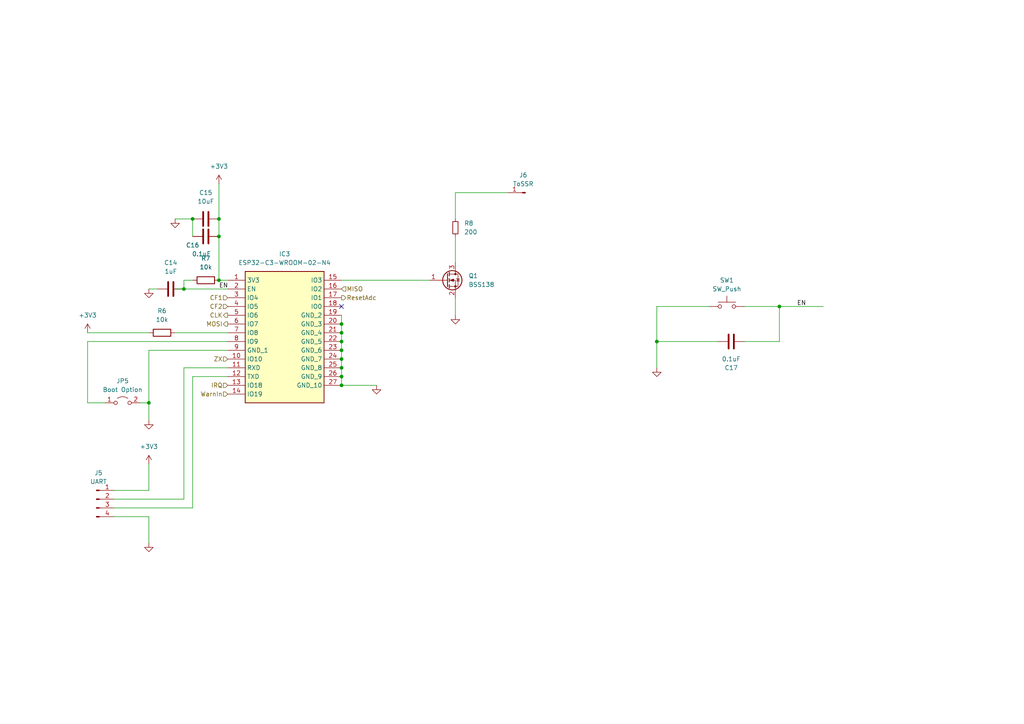
<source format=kicad_sch>
(kicad_sch (version 20230121) (generator eeschema)
  (paper "A4")
  (lib_symbols
    (symbol "Connector:Conn_01x01_Pin" (pin_names (offset 1.016) hide)
      (property "Reference" "J" (at 0 2.54 0))
      (property "Value" "Conn_01x01_Pin" (at 0 -2.54 0))
      (symbol "Conn_01x01_Pin_1_1"
        (polyline (pts (xy 1.27 0) (xy 0.8636 0)) (stroke (width 0.1524)))
        (rectangle (start 0.8636 0.127) (end 0 -0.127) (stroke (width 0.1524)) (fill (type outline)))
        (pin passive line (at 5.08 0 180) (length 3.81) (name "Pin_1") (number "1"))
      )
    )
    (symbol "Connector:Conn_01x04_Pin" (pin_names (offset 1.016) hide)
      (property "Reference" "J" (at 0 5.08 0))
      (property "Value" "Conn_01x04_Pin" (at 0 -7.62 0))
      (symbol "Conn_01x04_Pin_1_1"
        (polyline (pts (xy 1.27 -5.08) (xy 0.8636 -5.08)) (stroke (width 0.1524)))
        (polyline (pts (xy 1.27 -2.54) (xy 0.8636 -2.54)) (stroke (width 0.1524)))
        (polyline (pts (xy 1.27 0) (xy 0.8636 0)) (stroke (width 0.1524)))
        (polyline (pts (xy 1.27 2.54) (xy 0.8636 2.54)) (stroke (width 0.1524)))
        (rectangle (start 0.8636 -4.953) (end 0 -5.207) (stroke (width 0.1524)) (fill (type outline)))
        (rectangle (start 0.8636 -2.413) (end 0 -2.667) (stroke (width 0.1524)) (fill (type outline)))
        (rectangle (start 0.8636 0.127) (end 0 -0.127) (stroke (width 0.1524)) (fill (type outline)))
        (rectangle (start 0.8636 2.667) (end 0 2.413) (stroke (width 0.1524)) (fill (type outline)))
        (pin passive line (at 5.08 2.54 180) (length 3.81) (name "Pin_1") (number "1"))
        (pin passive line (at 5.08 0 180) (length 3.81) (name "Pin_2") (number "2"))
        (pin passive line (at 5.08 -2.54 180) (length 3.81) (name "Pin_3") (number "3"))
        (pin passive line (at 5.08 -5.08 180) (length 3.81) (name "Pin_4") (number "4"))
      )
    )
    (symbol "Device:C" (pin_numbers hide) (pin_names (offset 0.254))
      (property "Reference" "C" (at 0.635 2.54 0))
      (property "Value" "C" (at 0.635 -2.54 0))
      (symbol "C_0_1"
        (polyline (pts (xy -2.032 -0.762) (xy 2.032 -0.762)) (stroke (width 0.508)))
        (polyline (pts (xy -2.032 0.762) (xy 2.032 0.762)) (stroke (width 0.508)))
      )
      (symbol "C_1_1"
        (pin passive line (at 0 3.81 270) (length 2.794) (name "~") (number "1"))
        (pin passive line (at 0 -3.81 90) (length 2.794) (name "~") (number "2"))
      )
    )
    (symbol "Device:R" (pin_numbers hide) (pin_names (offset 0))
      (property "Reference" "R" (at 2.032 0 90))
      (property "Value" "R" (at 0 0 90))
      (symbol "R_0_1"
        (rectangle (start -1.016 -2.54) (end 1.016 2.54) (stroke (width 0.254)))
      )
      (symbol "R_1_1"
        (pin passive line (at 0 3.81 270) (length 1.27) (name "~") (number "1"))
        (pin passive line (at 0 -3.81 90) (length 1.27) (name "~") (number "2"))
      )
    )
    (symbol "Device:R_Small" (pin_numbers hide) (pin_names (offset 0.254) hide)
      (property "Reference" "R" (at 0.762 0.508 0))
      (property "Value" "R_Small" (at 0.762 -1.016 0))
      (symbol "R_Small_0_1"
        (rectangle (start -0.762 1.778) (end 0.762 -1.778) (stroke (width 0.2032)))
      )
      (symbol "R_Small_1_1"
        (pin passive line (at 0 2.54 270) (length 0.762) (name "~") (number "1"))
        (pin passive line (at 0 -2.54 90) (length 0.762) (name "~") (number "2"))
      )
    )
    (symbol "ESP32-C3-WROOM-02-N4:ESP32-C3-WROOM-02-N4"
      (property "Reference" "IC" (at 29.21 7.62 0))
      (property "Value" "ESP32-C3-WROOM-02-N4" (at 29.21 5.08 0))
      (symbol "ESP32-C3-WROOM-02-N4_1_1"
        (rectangle (start 5.08 2.54) (end 27.94 -35.56) (stroke (width 0.254)) (fill (type background)))
        (pin passive line (at 0 0 0) (length 5.08) (name "3V3") (number "1"))
        (pin passive line (at 0 -22.86 0) (length 5.08) (name "IO10") (number "10"))
        (pin passive line (at 0 -25.4 0) (length 5.08) (name "RXD") (number "11"))
        (pin passive line (at 0 -27.94 0) (length 5.08) (name "TXD") (number "12"))
        (pin passive line (at 0 -30.48 0) (length 5.08) (name "IO18") (number "13"))
        (pin passive line (at 0 -33.02 0) (length 5.08) (name "IO19") (number "14"))
        (pin passive line (at 33.02 0 180) (length 5.08) (name "IO3") (number "15"))
        (pin passive line (at 33.02 -2.54 180) (length 5.08) (name "IO2") (number "16"))
        (pin passive line (at 33.02 -5.08 180) (length 5.08) (name "IO1") (number "17"))
        (pin passive line (at 33.02 -7.62 180) (length 5.08) (name "IO0") (number "18"))
        (pin passive line (at 33.02 -10.16 180) (length 5.08) (name "GND_2") (number "19"))
        (pin passive line (at 0 -2.54 0) (length 5.08) (name "EN") (number "2"))
        (pin passive line (at 33.02 -12.7 180) (length 5.08) (name "GND_3") (number "20"))
        (pin passive line (at 33.02 -15.24 180) (length 5.08) (name "GND_4") (number "21"))
        (pin passive line (at 33.02 -17.78 180) (length 5.08) (name "GND_5") (number "22"))
        (pin passive line (at 33.02 -20.32 180) (length 5.08) (name "GND_6") (number "23"))
        (pin passive line (at 33.02 -22.86 180) (length 5.08) (name "GND_7") (number "24"))
        (pin passive line (at 33.02 -25.4 180) (length 5.08) (name "GND_8") (number "25"))
        (pin passive line (at 33.02 -27.94 180) (length 5.08) (name "GND_9") (number "26"))
        (pin passive line (at 33.02 -30.48 180) (length 5.08) (name "GND_10") (number "27"))
        (pin passive line (at 0 -5.08 0) (length 5.08) (name "IO4") (number "3"))
        (pin passive line (at 0 -7.62 0) (length 5.08) (name "IO5") (number "4"))
        (pin passive line (at 0 -10.16 0) (length 5.08) (name "IO6") (number "5"))
        (pin passive line (at 0 -12.7 0) (length 5.08) (name "IO7") (number "6"))
        (pin passive line (at 0 -15.24 0) (length 5.08) (name "IO8") (number "7"))
        (pin passive line (at 0 -17.78 0) (length 5.08) (name "IO9") (number "8"))
        (pin passive line (at 0 -20.32 0) (length 5.08) (name "GND_1") (number "9"))
      )
    )
    (symbol "Jumper:Jumper_2_Open" (pin_names (offset 0) hide)
      (property "Reference" "JP" (at 0 2.794 0))
      (property "Value" "Jumper_2_Open" (at 0 -2.286 0))
      (symbol "Jumper_2_Open_0_0"
        (circle (center -2.032 0) (radius 0.508))
        (circle (center 2.032 0) (radius 0.508))
      )
      (symbol "Jumper_2_Open_0_1"
        (arc (start 1.524 1.27) (mid 0 1.778) (end -1.524 1.27))
      )
      (symbol "Jumper_2_Open_1_1"
        (pin passive line (at -5.08 0 0) (length 2.54) (name "A") (number "1"))
        (pin passive line (at 5.08 0 180) (length 2.54) (name "B") (number "2"))
      )
    )
    (symbol "Switch:SW_Push" (pin_numbers hide) (pin_names (offset 1.016) hide)
      (property "Reference" "SW" (at 1.27 2.54 0))
      (property "Value" "SW_Push" (at 0 -1.524 0))
      (symbol "SW_Push_0_1"
        (circle (center -2.032 0) (radius 0.508))
        (polyline (pts (xy 0 1.27) (xy 0 3.048)))
        (polyline (pts (xy 2.54 1.27) (xy -2.54 1.27)))
        (circle (center 2.032 0) (radius 0.508))
        (pin passive line (at -5.08 0 0) (length 2.54) (name "1") (number "1"))
        (pin passive line (at 5.08 0 180) (length 2.54) (name "2") (number "2"))
      )
    )
    (symbol "Transistor_FET:BSS138" (pin_names hide)
      (property "Reference" "Q" (at 5.08 1.905 0))
      (property "Value" "BSS138" (at 5.08 0 0))
      (symbol "BSS138_0_1"
        (polyline (pts (xy 0.254 0) (xy -2.54 0)))
        (polyline (pts (xy 0.254 1.905) (xy 0.254 -1.905)) (stroke (width 0.254)))
        (polyline (pts (xy 0.762 -1.27) (xy 0.762 -2.286)) (stroke (width 0.254)))
        (polyline (pts (xy 0.762 0.508) (xy 0.762 -0.508)) (stroke (width 0.254)))
        (polyline (pts (xy 0.762 2.286) (xy 0.762 1.27)) (stroke (width 0.254)))
        (polyline (pts (xy 2.54 2.54) (xy 2.54 1.778)))
        (polyline (pts (xy 2.54 -2.54) (xy 2.54 0) (xy 0.762 0)))
        (polyline (pts (xy 0.762 -1.778) (xy 3.302 -1.778) (xy 3.302 1.778) (xy 0.762 1.778)))
        (polyline (pts (xy 1.016 0) (xy 2.032 0.381) (xy 2.032 -0.381) (xy 1.016 0)) (fill (type outline)))
        (polyline (pts (xy 2.794 0.508) (xy 2.921 0.381) (xy 3.683 0.381) (xy 3.81 0.254)))
        (polyline (pts (xy 3.302 0.381) (xy 2.921 -0.254) (xy 3.683 -0.254) (xy 3.302 0.381)))
        (circle (center 1.651 0) (radius 2.794) (stroke (width 0.254)))
        (circle (center 2.54 -1.778) (radius 0.254) (fill (type outline)))
        (circle (center 2.54 1.778) (radius 0.254) (fill (type outline)))
      )
      (symbol "BSS138_1_1"
        (pin input line (at -5.08 0 0) (length 2.54) (name "G") (number "1"))
        (pin passive line (at 2.54 -5.08 90) (length 2.54) (name "S") (number "2"))
        (pin passive line (at 2.54 5.08 270) (length 2.54) (name "D") (number "3"))
      )
    )
    (symbol "power:+3V3" (power) (pin_names (offset 0))
      (property "Value" "+3V3" (at 0 3.556 0))
      (symbol "+3V3_0_1"
        (polyline (pts (xy -0.762 1.27) (xy 0 2.54)))
        (polyline (pts (xy 0 0) (xy 0 2.54)))
        (polyline (pts (xy 0 2.54) (xy 0.762 1.27)))
      )
      (symbol "+3V3_1_1"
        (pin power_in line (at 0 0 90) (length 0) hide (name "+3V3") (number "1"))
      )
    )
    (symbol "power:GND" (power) (pin_names (offset 0))
      (property "Value" "GND" (at 0 -3.81 0))
      (symbol "GND_0_1"
        (polyline (pts (xy 0 0) (xy 0 -1.27) (xy 1.27 -1.27) (xy 0 -2.54) (xy -1.27 -1.27) (xy 0 -1.27)))
      )
      (symbol "GND_1_1"
        (pin power_in line (at 0 0 270) (length 0) hide (name "GND") (number "1"))
      )
    )
  )
  (junction (at 99.06 109.22))
  (junction (at 63.5 81.28))
  (junction (at 99.06 101.6))
  (junction (at 53.34 83.82))
  (junction (at 99.06 104.14))
  (junction (at 63.5 68.58))
  (junction (at 99.06 111.76))
  (junction (at 99.06 93.98))
  (junction (at 190.5 99.06))
  (junction (at 99.06 96.52))
  (junction (at 226.06 88.9))
  (junction (at 63.5 63.5))
  (junction (at 43.18 116.84))
  (junction (at 55.88 63.5))
  (junction (at 99.06 99.06))
  (junction (at 99.06 106.68))
  (no_connect (at 99.06 88.9))
  (wire (pts (xy 99.06 104.14) (xy 99.06 106.68)))
  (wire (pts (xy 99.06 91.44) (xy 99.06 93.98)))
  (wire (pts (xy 190.5 88.9) (xy 190.5 99.06)))
  (wire (pts (xy 99.06 101.6) (xy 99.06 104.14)))
  (wire (pts (xy 132.08 68.58) (xy 132.08 76.2)))
  (wire (pts (xy 190.5 99.06) (xy 190.5 106.68)))
  (wire (pts (xy 132.08 86.36) (xy 132.08 91.44)))
  (wire (pts (xy 25.4 96.52) (xy 43.18 96.52)))
  (wire (pts (xy 226.06 88.9) (xy 238.76 88.9)))
  (wire (pts (xy 55.88 109.22) (xy 55.88 147.32)))
  (wire (pts (xy 25.4 99.06) (xy 25.4 116.84)))
  (wire (pts (xy 205.74 88.9) (xy 190.5 88.9)))
  (wire (pts (xy 43.18 83.82) (xy 45.72 83.82)))
  (wire (pts (xy 66.04 99.06) (xy 25.4 99.06)))
  (wire (pts (xy 132.08 55.88) (xy 132.08 63.5)))
  (wire (pts (xy 190.5 99.06) (xy 208.28 99.06)))
  (wire (pts (xy 43.18 149.86) (xy 43.18 157.48)))
  (wire (pts (xy 53.34 81.28) (xy 55.88 81.28)))
  (wire (pts (xy 25.4 116.84) (xy 30.48 116.84)))
  (wire (pts (xy 50.8 83.82) (xy 53.34 83.82)))
  (wire (pts (xy 55.88 147.32) (xy 33.02 147.32)))
  (wire (pts (xy 33.02 149.86) (xy 43.18 149.86)))
  (wire (pts (xy 55.88 63.5) (xy 55.88 68.58)))
  (wire (pts (xy 63.5 63.5) (xy 63.5 68.58)))
  (wire (pts (xy 63.5 53.34) (xy 63.5 63.5)))
  (wire (pts (xy 66.04 109.22) (xy 55.88 109.22)))
  (wire (pts (xy 43.18 116.84) (xy 43.18 101.6)))
  (wire (pts (xy 66.04 106.68) (xy 53.34 106.68)))
  (wire (pts (xy 43.18 121.92) (xy 43.18 116.84)))
  (wire (pts (xy 147.32 55.88) (xy 132.08 55.88)))
  (wire (pts (xy 43.18 134.62) (xy 43.18 142.24)))
  (wire (pts (xy 66.04 81.28) (xy 63.5 81.28)))
  (wire (pts (xy 43.18 101.6) (xy 66.04 101.6)))
  (wire (pts (xy 99.06 111.76) (xy 109.22 111.76)))
  (wire (pts (xy 99.06 109.22) (xy 99.06 111.76)))
  (wire (pts (xy 99.06 96.52) (xy 99.06 99.06)))
  (wire (pts (xy 226.06 88.9) (xy 226.06 99.06)))
  (wire (pts (xy 215.9 99.06) (xy 226.06 99.06)))
  (wire (pts (xy 99.06 99.06) (xy 99.06 101.6)))
  (wire (pts (xy 33.02 142.24) (xy 43.18 142.24)))
  (wire (pts (xy 40.64 116.84) (xy 43.18 116.84)))
  (wire (pts (xy 99.06 93.98) (xy 99.06 96.52)))
  (wire (pts (xy 50.8 96.52) (xy 66.04 96.52)))
  (wire (pts (xy 99.06 81.28) (xy 124.46 81.28)))
  (wire (pts (xy 53.34 83.82) (xy 66.04 83.82)))
  (wire (pts (xy 53.34 83.82) (xy 53.34 81.28)))
  (wire (pts (xy 53.34 106.68) (xy 53.34 144.78)))
  (wire (pts (xy 63.5 68.58) (xy 63.5 81.28)))
  (wire (pts (xy 53.34 144.78) (xy 33.02 144.78)))
  (wire (pts (xy 50.8 63.5) (xy 55.88 63.5)))
  (wire (pts (xy 226.06 88.9) (xy 215.9 88.9)))
  (wire (pts (xy 99.06 106.68) (xy 99.06 109.22)))
  (label "EN" (at 63.5 83.82 0))
  (label "EN" (at 231.14 88.9 0))
  (hierarchical_label "ZX" (shape input) (at 66.04 104.14 180))
  (hierarchical_label "CLK" (shape output) (at 66.04 91.44 180))
  (hierarchical_label "ResetAdc" (shape output) (at 99.06 86.36 0))
  (hierarchical_label "CF1" (shape input) (at 66.04 86.36 180))
  (hierarchical_label "MOSI" (shape output) (at 66.04 93.98 180))
  (hierarchical_label "CF2" (shape input) (at 66.04 88.9 180))
  (hierarchical_label "WarnIn" (shape input) (at 66.04 114.3 180))
  (hierarchical_label "IRQ" (shape input) (at 66.04 111.76 180))
  (hierarchical_label "MISO" (shape input) (at 99.06 83.82 0))
  (symbol (lib_id "ESP32-C3-WROOM-02-N4:ESP32-C3-WROOM-02-N4") (at 66.04 81.28 0) (unit 1)
    (property "Reference" "IC3" (at 82.55 73.66 0))
    (property "Value" "ESP32-C3-WROOM-02-N4" (at 82.55 76.2 0))
    (property "Footprint" "ESP32-C3-WROOM-02-N4:ESP32C3WROOM02N4" (effects hide))
    (property "Datasheet" "ok :1" (effects hide))
    (property "Height" "3.35" (effects hide))
    (property "Mouser Part Number" "356-ESP32C3WROOM02N4" (effects hide))
    (property "Mouser Price/Stock" "https://www.mouser.co.uk/ProductDetail/Espressif-Systems/ESP32-C3-WROOM-02-N4?qs=stqOd1AaK7%2FqjTZKEOgfUg%3D%3D" (effects hide))
    (property "Manufacturer_Name" "Espressif Systems" (effects hide))
    (property "Manufacturer_Part_Number" "ESP32-C3-WROOM-02-N4" (effects hide))
  )
  (symbol (lib_id "Device:R") (at 59.69 81.28 90) (unit 1)
    (property "Reference" "R7" (at 59.69 74.93 90))
    (property "Value" "10k" (at 59.69 77.47 90))
    (property "Footprint" "Resistor_THT:R_Axial_DIN0207_L6.3mm_D2.5mm_P7.62mm_Horizontal" (effects hide))
    (property "Datasheet" "ok" (effects hide))
  )
  (symbol (lib_id "Connector:Conn_01x04_Pin") (at 27.94 144.78 0) (unit 1)
    (property "Reference" "J5" (at 28.575 137.16 0))
    (property "Value" "UART" (at 28.575 139.7 0))
    (property "Footprint" "Connector_PinHeader_2.54mm:PinHeader_1x04_P2.54mm_Vertical" (effects hide))
  )
  (symbol (lib_id "power:+3V3") (at 43.18 134.62 0) (unit 1)
    (property "Reference" "#PWR026" (effects hide))
    (property "Value" "+3V3" (at 43.18 129.54 0))
  )
  (symbol (lib_id "Device:R") (at 46.99 96.52 90) (unit 1)
    (property "Reference" "R6" (at 46.99 90.17 90))
    (property "Value" "10k" (at 46.99 92.71 90))
    (property "Footprint" "Resistor_THT:R_Axial_DIN0207_L6.3mm_D2.5mm_P7.62mm_Horizontal" (effects hide))
    (property "Datasheet" "ok" (effects hide))
  )
  (symbol (lib_id "Switch:SW_Push") (at 210.82 88.9 0) (unit 1)
    (property "Reference" "SW1" (at 210.82 81.28 0))
    (property "Value" "SW_Push" (at 210.82 83.82 0))
    (property "Footprint" "Button_Switch_SMD:SW_SPST_EVQQ2" (effects hide))
    (property "Datasheet" "4 dispo" (effects hide))
  )
  (symbol (lib_id "power:+3V3") (at 63.5 53.34 0) (unit 1)
    (property "Reference" "#PWR029" (effects hide))
    (property "Value" "+3V3" (at 63.5 48.26 0))
  )
  (symbol (lib_id "power:GND") (at 43.18 157.48 0) (unit 1)
    (property "Reference" "#PWR027" (effects hide))
    (property "Value" "GND" (effects hide))
  )
  (symbol (lib_id "Device:R_Small") (at 132.08 66.04 0) (unit 1)
    (property "Reference" "R8" (at 134.62 64.77 0) (effects (justify left)))
    (property "Value" "200" (at 134.62 67.31 0) (effects (justify left)))
    (property "Footprint" "Resistor_THT:R_Axial_DIN0207_L6.3mm_D2.5mm_P7.62mm_Horizontal" (effects hide))
    (property "Datasheet" "dispo 180 ou 220" (effects hide))
  )
  (symbol (lib_id "Connector:Conn_01x01_Pin") (at 152.4 55.88 180) (unit 1)
    (property "Reference" "J6" (at 151.765 50.8 0))
    (property "Value" "ToSSR" (at 151.765 53.34 0))
    (property "Footprint" "Connector_PinHeader_2.54mm:PinHeader_1x01_P2.54mm_Vertical" (effects hide))
  )
  (symbol (lib_id "Device:C") (at 49.53 83.82 90) (unit 1)
    (property "Reference" "C14" (at 49.53 76.2 90))
    (property "Value" "1uF" (at 49.53 78.74 90))
    (property "Footprint" "Capacitor_SMD:C_0603_1608Metric" (effects hide))
    (property "Datasheet" "2 dispo en x7r 547-113-17" (effects hide))
  )
  (symbol (lib_id "power:GND") (at 43.18 83.82 0) (unit 1)
    (property "Reference" "#PWR024" (effects hide))
    (property "Value" "GND" (effects hide))
  )
  (symbol (lib_id "power:GND") (at 190.5 106.68 0) (unit 1)
    (property "Reference" "#PWR032" (effects hide))
    (property "Value" "GND" (effects hide))
  )
  (symbol (lib_id "Jumper:Jumper_2_Open") (at 35.56 116.84 0) (unit 1)
    (property "Reference" "JP5" (at 35.56 110.49 0))
    (property "Value" "Boot Option" (at 35.56 113.03 0))
    (property "Footprint" "TestPoint:TestPoint_2Pads_Pitch2.54mm_Drill0.8mm" (effects hide))
  )
  (symbol (lib_id "power:GND") (at 43.18 121.92 0) (unit 1)
    (property "Reference" "#PWR025" (effects hide))
    (property "Value" "GND" (effects hide))
  )
  (symbol (lib_id "Device:C") (at 59.69 63.5 90) (unit 1)
    (property "Reference" "C15" (at 59.69 55.88 90))
    (property "Value" "10uF" (at 59.69 58.42 90))
    (property "Footprint" "Capacitor_SMD:C_0805_2012Metric" (effects hide))
    (property "Datasheet" "ok: 2" (effects hide))
  )
  (symbol (lib_id "power:GND") (at 109.22 111.76 0) (unit 1)
    (property "Reference" "#PWR030" (effects hide))
    (property "Value" "GND" (effects hide))
  )
  (symbol (lib_id "power:GND") (at 50.8 63.5 0) (unit 1)
    (property "Reference" "#PWR028" (effects hide))
    (property "Value" "GND" (effects hide))
  )
  (symbol (lib_id "Transistor_FET:BSS138") (at 129.54 81.28 0) (unit 1)
    (property "Reference" "Q1" (at 135.89 80.01 0) (effects (justify left)))
    (property "Value" "BSS138" (at 135.89 82.55 0) (effects (justify left)))
    (property "Footprint" "Package_TO_SOT_SMD:SOT-23" (effects hide))
    (property "Datasheet" "https://www.onsemi.com/pub/Collateral/BSS138-D.PDF" (effects hide))
    (property "Manufacturer_Name" "1 dispo" (effects hide))
  )
  (symbol (lib_id "Device:C") (at 212.09 99.06 90) (unit 1)
    (property "Reference" "C17" (at 212.09 106.68 90))
    (property "Value" "0.1uF" (at 212.09 104.14 90))
    (property "Footprint" "Capacitor_SMD:C_0805_2012Metric" (effects hide))
    (property "Datasheet" "ok : 4" (effects hide))
  )
  (symbol (lib_id "power:+3V3") (at 25.4 96.52 0) (unit 1)
    (property "Reference" "#PWR023" (effects hide))
    (property "Value" "+3V3" (at 25.4 91.44 0))
  )
  (symbol (lib_id "Device:C") (at 59.69 68.58 90) (unit 1)
    (property "Reference" "C16" (at 55.88 71.12 90))
    (property "Value" "0.1uF" (at 58.42 73.66 90))
    (property "Footprint" "Capacitor_SMD:C_0805_2012Metric" (effects hide))
    (property "Datasheet" "ok : 4" (effects hide))
  )
  (symbol (lib_id "power:GND") (at 132.08 91.44 0) (unit 1)
    (property "Reference" "#PWR031" (effects hide))
    (property "Value" "GND" (effects hide))
  )
)
</source>
